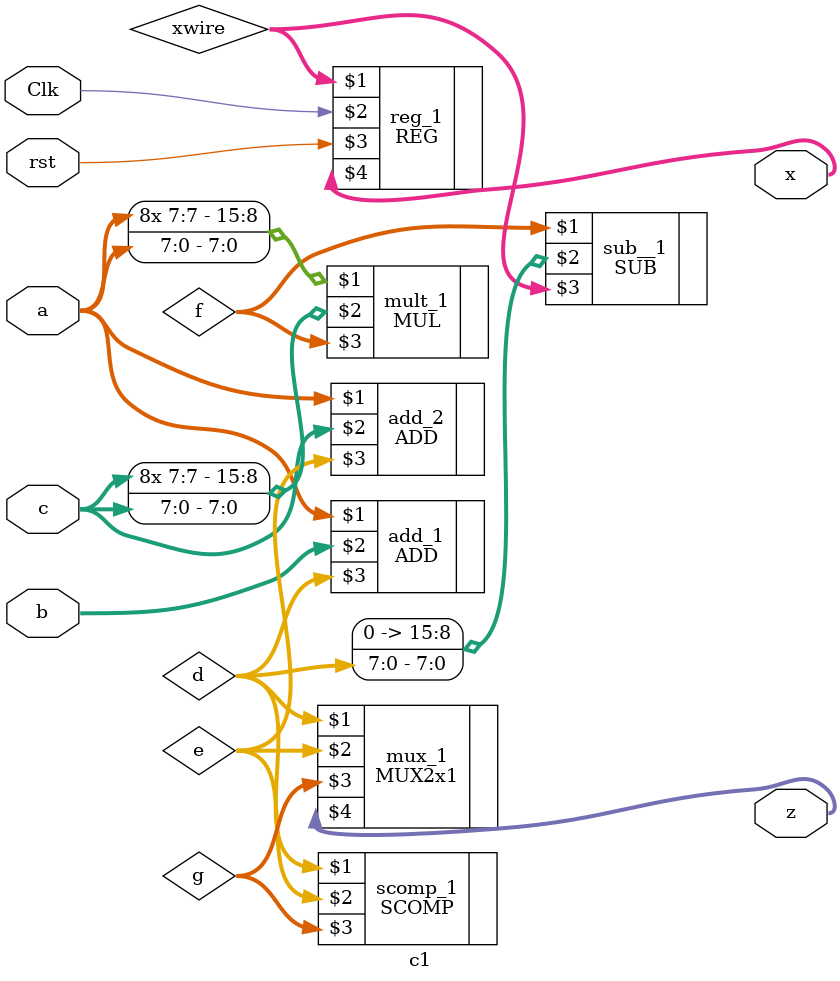
<source format=v>
`timescale 1ns / 1ps

module c1( Clk, rst, a, b, c, z, x );
    input Clk, rst;
    input signed [7:0] a, b, c;

    output signed [7:0] z;
    output signed [15:0] x;

    wire signed [7:0] d, e;
    wire signed [15:0] f, g, xwire;

    ADD #(8) add_1(a, b, d);
    ADD #(8) add_2(a, c, e);
    SCOMP #(8) scomp_1(d, e, g, , );
    MUX2x1 #(8) mux_1(d, e, g, z);
    MUL #(16) mult_1({{8{a[7]}},a[7:0]}, {{8{c[7]}},c[7:0]}, f);
    SUB #(16) sub__1(f, {{8'b0},d[7:0]}, xwire);
    REG #(16) reg_1(xwire, Clk, rst, x);
endmodule

</source>
